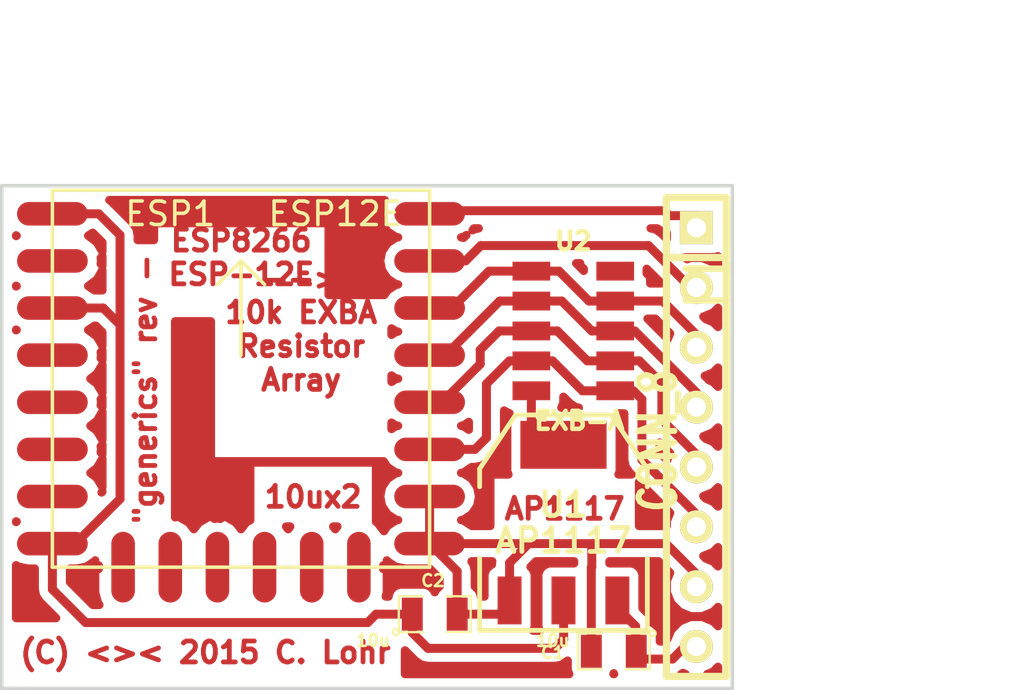
<source format=kicad_pcb>
(kicad_pcb (version 3) (host pcbnew "(2013-jul-07)-stable")

  (general
    (links 26)
    (no_connects 0)
    (area 64.440999 32.882999 95.88627 62.559001)
    (thickness 1.6)
    (drawings 20)
    (tracks 88)
    (zones 0)
    (modules 6)
    (nets 11)
  )

  (page User 139.7 139.7)
  (layers
    (15 F.Cu signal)
    (0 B.Cu signal)
    (16 B.Adhes user)
    (17 F.Adhes user)
    (18 B.Paste user)
    (19 F.Paste user)
    (20 B.SilkS user)
    (21 F.SilkS user)
    (22 B.Mask user)
    (23 F.Mask user)
    (24 Dwgs.User user)
    (25 Cmts.User user)
    (26 Eco1.User user)
    (27 Eco2.User user)
    (28 Edge.Cuts user)
  )

  (setup
    (last_trace_width 0.381)
    (trace_clearance 0.381)
    (zone_clearance 0.3556)
    (zone_45_only no)
    (trace_min 0.254)
    (segment_width 0.2)
    (edge_width 0.15)
    (via_size 0.889)
    (via_drill 0.635)
    (via_min_size 0.889)
    (via_min_drill 0.508)
    (uvia_size 0.508)
    (uvia_drill 0.127)
    (uvias_allowed no)
    (uvia_min_size 0.508)
    (uvia_min_drill 0.127)
    (pcb_text_width 0.2032)
    (pcb_text_size 0.889 0.889)
    (mod_edge_width 0.15)
    (mod_text_size 1.5 1.5)
    (mod_text_width 0.15)
    (pad_size 1.524 1.524)
    (pad_drill 0.762)
    (pad_to_mask_clearance 0.2)
    (aux_axis_origin 0 0)
    (visible_elements FFFFFFBF)
    (pcbplotparams
      (layerselection 32768)
      (usegerberextensions false)
      (excludeedgelayer true)
      (linewidth 0.100000)
      (plotframeref false)
      (viasonmask false)
      (mode 1)
      (useauxorigin false)
      (hpglpennumber 1)
      (hpglpenspeed 20)
      (hpglpendiameter 15)
      (hpglpenoverlay 2)
      (psnegative false)
      (psa4output false)
      (plotreference true)
      (plotvalue true)
      (plotothertext true)
      (plotinvisibletext false)
      (padsonsilk false)
      (subtractmaskfromsilk false)
      (outputformat 2)
      (mirror false)
      (drillshape 1)
      (scaleselection 1)
      (outputdirectory ""))
  )

  (net 0 "")
  (net 1 +3.3V)
  (net 2 +5V)
  (net 3 GND)
  (net 4 GPIO0)
  (net 5 GPIO2)
  (net 6 GPIO4)
  (net 7 GPIO5)
  (net 8 N-000003)
  (net 9 RX)
  (net 10 TX)

  (net_class Default "This is the default net class."
    (clearance 0.381)
    (trace_width 0.381)
    (via_dia 0.889)
    (via_drill 0.635)
    (uvia_dia 0.508)
    (uvia_drill 0.127)
    (add_net "")
    (add_net +3.3V)
    (add_net +5V)
    (add_net GND)
    (add_net GPIO0)
    (add_net GPIO2)
    (add_net GPIO4)
    (add_net GPIO5)
    (add_net N-000003)
    (add_net RX)
    (add_net TX)
  )

  (module SM0805 (layer F.Cu) (tedit 56195079) (tstamp 56194CC7)
    (at 90.4748 60.9092 180)
    (path /56194F36)
    (attr smd)
    (fp_text reference C1 (at 2.5908 -0.0508 180) (layer F.SilkS)
      (effects (font (size 0.50038 0.50038) (thickness 0.10922)))
    )
    (fp_text value 10u (at 2.5908 0.4572 180) (layer F.SilkS)
      (effects (font (size 0.50038 0.50038) (thickness 0.10922)))
    )
    (fp_circle (center -1.651 0.762) (end -1.651 0.635) (layer F.SilkS) (width 0.09906))
    (fp_line (start -0.508 0.762) (end -1.524 0.762) (layer F.SilkS) (width 0.09906))
    (fp_line (start -1.524 0.762) (end -1.524 -0.762) (layer F.SilkS) (width 0.09906))
    (fp_line (start -1.524 -0.762) (end -0.508 -0.762) (layer F.SilkS) (width 0.09906))
    (fp_line (start 0.508 -0.762) (end 1.524 -0.762) (layer F.SilkS) (width 0.09906))
    (fp_line (start 1.524 -0.762) (end 1.524 0.762) (layer F.SilkS) (width 0.09906))
    (fp_line (start 1.524 0.762) (end 0.508 0.762) (layer F.SilkS) (width 0.09906))
    (pad 1 smd rect (at -0.9525 0 180) (size 0.889 1.397)
      (layers F.Cu F.Paste F.Mask)
      (net 2 +5V)
    )
    (pad 2 smd rect (at 0.9525 0 180) (size 0.889 1.397)
      (layers F.Cu F.Paste F.Mask)
      (net 3 GND)
    )
    (model smd/chip_cms.wrl
      (at (xyz 0 0 0))
      (scale (xyz 0.1 0.1 0.1))
      (rotate (xyz 0 0 0))
    )
  )

  (module SM0805 (layer F.Cu) (tedit 56195074) (tstamp 56194CD4)
    (at 82.8802 59.3344)
    (path /56194F45)
    (attr smd)
    (fp_text reference C2 (at -0.0762 -1.4224) (layer F.SilkS)
      (effects (font (size 0.50038 0.50038) (thickness 0.10922)))
    )
    (fp_text value 10u (at -2.6162 1.1176) (layer F.SilkS)
      (effects (font (size 0.50038 0.50038) (thickness 0.10922)))
    )
    (fp_circle (center -1.651 0.762) (end -1.651 0.635) (layer F.SilkS) (width 0.09906))
    (fp_line (start -0.508 0.762) (end -1.524 0.762) (layer F.SilkS) (width 0.09906))
    (fp_line (start -1.524 0.762) (end -1.524 -0.762) (layer F.SilkS) (width 0.09906))
    (fp_line (start -1.524 -0.762) (end -0.508 -0.762) (layer F.SilkS) (width 0.09906))
    (fp_line (start 0.508 -0.762) (end 1.524 -0.762) (layer F.SilkS) (width 0.09906))
    (fp_line (start 1.524 -0.762) (end 1.524 0.762) (layer F.SilkS) (width 0.09906))
    (fp_line (start 1.524 0.762) (end 0.508 0.762) (layer F.SilkS) (width 0.09906))
    (pad 1 smd rect (at -0.9525 0) (size 0.889 1.397)
      (layers F.Cu F.Paste F.Mask)
      (net 1 +3.3V)
    )
    (pad 2 smd rect (at 0.9525 0) (size 0.889 1.397)
      (layers F.Cu F.Paste F.Mask)
      (net 3 GND)
    )
    (model smd/chip_cms.wrl
      (at (xyz 0 0 0))
      (scale (xyz 0.1 0.1 0.1))
      (rotate (xyz 0 0 0))
    )
  )

  (module SIL-8 (layer F.Cu) (tedit 56C7A81F) (tstamp 56194CE5)
    (at 93.98 51.816 270)
    (descr "Connecteur 8 pins")
    (tags "CONN DEV")
    (path /56194CDB)
    (fp_text reference P1 (at -6.604 -0.508 270) (layer F.SilkS)
      (effects (font (size 1.72974 1.08712) (thickness 0.3048)))
    )
    (fp_text value CONN_8 (at 0.1524 1.6256 270) (layer F.SilkS)
      (effects (font (size 1.524 1.016) (thickness 0.3048)))
    )
    (fp_line (start -10.16 -1.27) (end 10.16 -1.27) (layer F.SilkS) (width 0.3048))
    (fp_line (start 10.16 -1.27) (end 10.16 1.27) (layer F.SilkS) (width 0.3048))
    (fp_line (start 10.16 1.27) (end -10.16 1.27) (layer F.SilkS) (width 0.3048))
    (fp_line (start -10.16 1.27) (end -10.16 -1.27) (layer F.SilkS) (width 0.3048))
    (fp_line (start -7.62 1.27) (end -7.62 -1.27) (layer F.SilkS) (width 0.3048))
    (pad 1 thru_hole rect (at -8.89 0 270) (size 1.397 1.397) (drill 0.8128)
      (layers *.Cu *.Mask F.SilkS)
      (net 10 TX)
    )
    (pad 2 thru_hole circle (at -6.35 0 270) (size 1.397 1.397) (drill 0.8128)
      (layers *.Cu *.Mask F.SilkS)
      (net 9 RX)
    )
    (pad 3 thru_hole circle (at -3.81 0 270) (size 1.397 1.397) (drill 0.8128)
      (layers *.Cu *.Mask F.SilkS)
      (net 7 GPIO5)
    )
    (pad 4 thru_hole circle (at -1.27 0 270) (size 1.397 1.397) (drill 0.8128)
      (layers *.Cu *.Mask F.SilkS)
      (net 6 GPIO4)
    )
    (pad 5 thru_hole circle (at 1.27 0 270) (size 1.397 1.397) (drill 0.8128)
      (layers *.Cu *.Mask F.SilkS)
      (net 4 GPIO0)
    )
    (pad 6 thru_hole circle (at 3.81 0 270) (size 1.397 1.397) (drill 0.8128)
      (layers *.Cu *.Mask F.SilkS)
      (net 5 GPIO2)
    )
    (pad 7 thru_hole circle (at 6.35 0 270) (size 1.397 1.397) (drill 0.8128)
      (layers *.Cu *.Mask F.SilkS)
      (net 3 GND)
    )
    (pad 8 thru_hole circle (at 8.89 0 270) (size 1.397 1.397) (drill 0.8128)
      (layers *.Cu *.Mask F.SilkS)
      (net 2 +5V)
    )
  )

  (module EXB-A (layer F.Cu) (tedit 52D0B57E) (tstamp 56197883)
    (at 88.75776 47.31258)
    (path /56194CEA)
    (fp_text reference U2 (at 0 -3.81) (layer F.SilkS)
      (effects (font (size 0.762 0.762) (thickness 0.1905)))
    )
    (fp_text value EXB-A (at 0.254 3.81) (layer F.SilkS)
      (effects (font (size 0.762 0.762) (thickness 0.1905)))
    )
    (pad 1 smd rect (at -1.778 -2.54 90) (size 0.8001 1.6002)
      (layers F.Cu F.Paste F.Mask)
      (net 7 GPIO5)
    )
    (pad 2 smd rect (at -1.778 -1.27 90) (size 0.8001 1.6002)
      (layers F.Cu F.Paste F.Mask)
      (net 6 GPIO4)
    )
    (pad 3 smd rect (at -1.778 0 90) (size 0.8001 1.6002)
      (layers F.Cu F.Paste F.Mask)
      (net 4 GPIO0)
    )
    (pad 4 smd rect (at -1.778 1.27 90) (size 0.8001 1.6002)
      (layers F.Cu F.Paste F.Mask)
      (net 5 GPIO2)
    )
    (pad 5 smd rect (at -1.778 2.54 90) (size 0.8001 1.6002)
      (layers F.Cu F.Paste F.Mask)
      (net 8 N-000003)
    )
    (pad 6 smd rect (at 1.778 2.54 90) (size 0.8001 1.6002)
      (layers F.Cu F.Paste F.Mask)
      (net 5 GPIO2)
    )
    (pad 7 smd rect (at 1.778 1.27 90) (size 0.8001 1.6002)
      (layers F.Cu F.Paste F.Mask)
      (net 4 GPIO0)
    )
    (pad 8 smd rect (at 1.778 0 90) (size 0.8001 1.6002)
      (layers F.Cu F.Paste F.Mask)
      (net 6 GPIO4)
    )
    (pad 9 smd rect (at 1.778 -1.27 90) (size 0.8001 1.6002)
      (layers F.Cu F.Paste F.Mask)
      (net 7 GPIO5)
    )
    (pad 10 smd rect (at 1.778 -2.54 90) (size 0.8001 1.6002)
      (layers F.Cu F.Paste F.Mask)
    )
  )

  (module ESP12E (layer F.Cu) (tedit 560D9068) (tstamp 56194D17)
    (at 74.6633 45.339)
    (path /5619493D)
    (fp_text reference ESP1 (at -3 -3) (layer F.SilkS)
      (effects (font (size 1 1) (thickness 0.15)))
    )
    (fp_text value ESP12E (at 4 -3) (layer F.SilkS)
      (effects (font (size 1 1) (thickness 0.15)))
    )
    (fp_line (start 0 -1) (end -1 0) (layer F.SilkS) (width 0.15))
    (fp_line (start 0 -1) (end 1 0) (layer F.SilkS) (width 0.15))
    (fp_line (start 0 -1) (end 0 3) (layer F.SilkS) (width 0.15))
    (fp_line (start -8 12) (end -8 -4) (layer F.SilkS) (width 0.15))
    (fp_line (start -8 -4) (end 8 -4) (layer F.SilkS) (width 0.15))
    (fp_line (start 8 -4) (end 8 12) (layer F.SilkS) (width 0.15))
    (fp_line (start 8 -12) (end -8 -12) (layer Dwgs.User) (width 0.15))
    (fp_line (start -8 -12) (end -8 12) (layer Dwgs.User) (width 0.15))
    (fp_line (start -8 12) (end 8 12) (layer F.SilkS) (width 0.15))
    (fp_line (start 8 12) (end 8 -12) (layer Dwgs.User) (width 0.15))
    (pad 1 smd oval (at -8 -3) (size 3 1)
      (layers F.Cu F.Paste F.Mask)
      (net 1 +3.3V)
    )
    (pad 2 smd oval (at -8 -1) (size 3 1)
      (layers F.Cu F.Paste F.Mask)
    )
    (pad 3 smd oval (at -8 1) (size 3 1)
      (layers F.Cu F.Paste F.Mask)
      (net 1 +3.3V)
    )
    (pad 4 smd oval (at -8 3) (size 3 1)
      (layers F.Cu F.Paste F.Mask)
    )
    (pad 5 smd oval (at -8 5) (size 3 1)
      (layers F.Cu F.Paste F.Mask)
    )
    (pad 6 smd oval (at -8 7) (size 3 1)
      (layers F.Cu F.Paste F.Mask)
    )
    (pad 7 smd oval (at -8 9) (size 3 1)
      (layers F.Cu F.Paste F.Mask)
    )
    (pad 8 smd oval (at -8 11) (size 3 1)
      (layers F.Cu F.Paste F.Mask)
      (net 1 +3.3V)
    )
    (pad 9 smd oval (at -5 12 90) (size 3 1)
      (layers F.Cu F.Paste F.Mask)
    )
    (pad 10 smd oval (at -3 12 90) (size 3 1)
      (layers F.Cu F.Paste F.Mask)
    )
    (pad 11 smd oval (at -1 12 90) (size 3 1)
      (layers F.Cu F.Paste F.Mask)
    )
    (pad 12 smd oval (at 1 12 90) (size 3 1)
      (layers F.Cu F.Paste F.Mask)
    )
    (pad 13 smd oval (at 3 12 90) (size 3 1)
      (layers F.Cu F.Paste F.Mask)
    )
    (pad 14 smd oval (at 5 12 90) (size 3 1)
      (layers F.Cu F.Paste F.Mask)
    )
    (pad 15 smd oval (at 8 11 180) (size 3 1)
      (layers F.Cu F.Paste F.Mask)
      (net 3 GND)
    )
    (pad 16 smd oval (at 8 9 180) (size 3 1)
      (layers F.Cu F.Paste F.Mask)
      (net 3 GND)
    )
    (pad 17 smd oval (at 8 7 180) (size 3 1)
      (layers F.Cu F.Paste F.Mask)
      (net 5 GPIO2)
    )
    (pad 18 smd oval (at 8 5 180) (size 3 1)
      (layers F.Cu F.Paste F.Mask)
      (net 4 GPIO0)
    )
    (pad 19 smd oval (at 8 3 180) (size 3 1)
      (layers F.Cu F.Paste F.Mask)
      (net 6 GPIO4)
    )
    (pad 20 smd oval (at 8 1 180) (size 3 1)
      (layers F.Cu F.Paste F.Mask)
      (net 7 GPIO5)
    )
    (pad 21 smd oval (at 8 -1 180) (size 3 1)
      (layers F.Cu F.Paste F.Mask)
      (net 9 RX)
    )
    (pad 22 smd oval (at 8 -3 180) (size 3 1)
      (layers F.Cu F.Paste F.Mask)
      (net 10 TX)
    )
  )

  (module SOT223 (layer F.Cu) (tedit 200000) (tstamp 561976D8)
    (at 88.3412 55.4482)
    (descr "module CMS SOT223 4 pins")
    (tags "CMS SOT")
    (path /5619494C)
    (attr smd)
    (fp_text reference U1 (at 0 -0.762) (layer F.SilkS)
      (effects (font (size 1.016 1.016) (thickness 0.2032)))
    )
    (fp_text value AP1117 (at 0 0.762) (layer F.SilkS)
      (effects (font (size 1.016 1.016) (thickness 0.2032)))
    )
    (fp_line (start -3.556 1.524) (end -3.556 4.572) (layer F.SilkS) (width 0.2032))
    (fp_line (start -3.556 4.572) (end 3.556 4.572) (layer F.SilkS) (width 0.2032))
    (fp_line (start 3.556 4.572) (end 3.556 1.524) (layer F.SilkS) (width 0.2032))
    (fp_line (start -3.556 -1.524) (end -3.556 -2.286) (layer F.SilkS) (width 0.2032))
    (fp_line (start -3.556 -2.286) (end -2.032 -4.572) (layer F.SilkS) (width 0.2032))
    (fp_line (start -2.032 -4.572) (end 2.032 -4.572) (layer F.SilkS) (width 0.2032))
    (fp_line (start 2.032 -4.572) (end 3.556 -2.286) (layer F.SilkS) (width 0.2032))
    (fp_line (start 3.556 -2.286) (end 3.556 -1.524) (layer F.SilkS) (width 0.2032))
    (pad 4 smd rect (at 0 -3.302) (size 3.6576 2.032)
      (layers F.Cu F.Paste F.Mask)
      (net 8 N-000003)
    )
    (pad 2 smd rect (at 0 3.302) (size 1.016 2.032)
      (layers F.Cu F.Paste F.Mask)
      (net 1 +3.3V)
    )
    (pad 3 smd rect (at 2.286 3.302) (size 1.016 2.032)
      (layers F.Cu F.Paste F.Mask)
      (net 2 +5V)
    )
    (pad 1 smd rect (at -2.286 3.302) (size 1.016 2.032)
      (layers F.Cu F.Paste F.Mask)
      (net 3 GND)
    )
    (model smd/SOT223.wrl
      (at (xyz 0 0 0))
      (scale (xyz 0.4 0.4 0.4))
      (rotate (xyz 0 0 0))
    )
  )

  (gr_text 5V (at 96.901 60.706) (layer Dwgs.User)
    (effects (font (size 1.27 1.27) (thickness 0.2032)))
  )
  (gr_text GND (at 97.663 58.293) (layer Dwgs.User)
    (effects (font (size 1.27 1.27) (thickness 0.2032)))
  )
  (gr_text GPIO2 (at 98.552 55.753) (layer Dwgs.User)
    (effects (font (size 1.27 1.27) (thickness 0.2032)))
  )
  (gr_text GPIO0/USER (at 101.727 53.213) (layer Dwgs.User)
    (effects (font (size 1.27 1.27) (thickness 0.2032)))
  )
  (gr_text GPIO4 (at 98.425 50.546) (layer Dwgs.User)
    (effects (font (size 1.27 1.27) (thickness 0.2032)))
  )
  (gr_text GPIO5 (at 98.425 48.133) (layer Dwgs.User)
    (effects (font (size 1.27 1.27) (thickness 0.2032)))
  )
  (gr_text RX (at 96.901 45.466) (layer Dwgs.User)
    (effects (font (size 1.27 1.27) (thickness 0.2032)))
  )
  (gr_text TX (at 96.901 42.926) (layer Dwgs.User)
    (effects (font (size 1.27 1.27) (thickness 0.2032)))
  )
  (gr_text "\"generics\" rev -" (at 70.612 49.784 90) (layer F.Cu)
    (effects (font (size 0.889 0.889) (thickness 0.2032)))
  )
  (gr_text "(C) <>< 2015 C. Lohr" (at 73.152 60.96) (layer F.Cu)
    (effects (font (size 0.889 0.889) (thickness 0.2032)))
  )
  (gr_text 10ux2 (at 77.724 54.356) (layer F.Cu)
    (effects (font (size 0.889 0.889) (thickness 0.2032)))
  )
  (gr_text "-->\n10k EXBA\nResistor\nArray" (at 77.216 47.244) (layer F.Cu)
    (effects (font (size 0.889 0.889) (thickness 0.2032)))
  )
  (gr_text "ESP8266\nESP-12E" (at 74.676 44.196) (layer F.Cu)
    (effects (font (size 0.889 0.889) (thickness 0.2032)))
  )
  (gr_text AP1117 (at 88.392 54.864) (layer F.Cu)
    (effects (font (size 0.889 0.889) (thickness 0.2032)))
  )
  (gr_line (start 64.516 41.148) (end 95.504 41.148) (angle 90) (layer Edge.Cuts) (width 0.15))
  (gr_line (start 64.516 62.484) (end 64.516 41.148) (angle 90) (layer Edge.Cuts) (width 0.15))
  (gr_line (start 65.024 62.484) (end 64.516 62.484) (angle 90) (layer Edge.Cuts) (width 0.15))
  (gr_line (start 65.532 62.484) (end 65.024 62.484) (angle 90) (layer Edge.Cuts) (width 0.15))
  (gr_line (start 95.504 62.484) (end 65.532 62.484) (angle 90) (layer Edge.Cuts) (width 0.15))
  (gr_line (start 95.504 41.148) (end 95.504 62.484) (angle 90) (layer Edge.Cuts) (width 0.15))

  (segment (start 81.9277 59.3344) (end 81.9277 60.11926) (width 0.381) (layer F.Cu) (net 1))
  (segment (start 88.34882 60.4139) (end 88.34882 59.07786) (width 0.381) (layer F.Cu) (net 1) (tstamp 5619797D))
  (segment (start 87.97798 60.78474) (end 88.34882 60.4139) (width 0.381) (layer F.Cu) (net 1) (tstamp 5619797C))
  (segment (start 82.59318 60.78474) (end 87.97798 60.78474) (width 0.381) (layer F.Cu) (net 1) (tstamp 5619797A))
  (segment (start 81.9277 60.11926) (end 82.59318 60.78474) (width 0.381) (layer F.Cu) (net 1) (tstamp 56197979))
  (segment (start 81.9277 59.3344) (end 80.391 59.3344) (width 0.381) (layer F.Cu) (net 1))
  (segment (start 66.6633 58.2813) (end 66.6633 56.339) (width 0.381) (layer F.Cu) (net 1) (tstamp 56197976))
  (segment (start 68.072 59.69) (end 66.6633 58.2813) (width 0.381) (layer F.Cu) (net 1) (tstamp 56197975))
  (segment (start 80.0354 59.69) (end 68.072 59.69) (width 0.381) (layer F.Cu) (net 1) (tstamp 56197974))
  (segment (start 80.391 59.3344) (end 80.0354 59.69) (width 0.381) (layer F.Cu) (net 1) (tstamp 56197973))
  (segment (start 66.6633 42.339) (end 68.628 42.339) (width 0.381) (layer F.Cu) (net 1))
  (segment (start 69.5325 43.2435) (end 69.5325 47.0535) (width 0.381) (layer F.Cu) (net 1) (tstamp 56197853))
  (segment (start 68.628 42.339) (end 69.5325 43.2435) (width 0.381) (layer F.Cu) (net 1) (tstamp 56197852))
  (segment (start 66.6633 56.339) (end 67.6384 56.339) (width 0.381) (layer F.Cu) (net 1))
  (segment (start 68.818 46.339) (end 66.6633 46.339) (width 0.381) (layer F.Cu) (net 1) (tstamp 5619784F))
  (segment (start 69.5325 47.0535) (end 68.818 46.339) (width 0.381) (layer F.Cu) (net 1) (tstamp 5619784E))
  (segment (start 69.5325 54.4449) (end 69.5325 47.0535) (width 0.381) (layer F.Cu) (net 1) (tstamp 5619784C))
  (segment (start 67.6384 56.339) (end 69.5325 54.4449) (width 0.381) (layer F.Cu) (net 1) (tstamp 5619784B))
  (segment (start 91.4019 61.2394) (end 92.964 61.2394) (width 0.381) (layer F.Cu) (net 2))
  (segment (start 92.964 61.2394) (end 94.0054 60.198) (width 0.381) (layer F.Cu) (net 2) (tstamp 56197992))
  (segment (start 91.4019 61.2394) (end 91.4019 59.84494) (width 0.381) (layer F.Cu) (net 2))
  (segment (start 91.4019 59.84494) (end 90.63482 59.07786) (width 0.381) (layer F.Cu) (net 2) (tstamp 5619798F))
  (segment (start 86.0552 58.7502) (end 86.0552 57.15254) (width 0.381) (layer F.Cu) (net 3))
  (segment (start 86.0552 57.15254) (end 86.86874 56.339) (width 0.381) (layer F.Cu) (net 3) (tstamp 561979BC))
  (segment (start 89.5223 60.9092) (end 89.5223 57.35828) (width 0.381) (layer F.Cu) (net 3))
  (segment (start 89.54262 57.33796) (end 89.54262 56.339) (width 0.381) (layer F.Cu) (net 3) (tstamp 561979B6))
  (segment (start 89.5223 57.35828) (end 89.54262 57.33796) (width 0.381) (layer F.Cu) (net 3) (tstamp 561979B5))
  (segment (start 82.6633 56.339) (end 86.86874 56.339) (width 0.381) (layer F.Cu) (net 3))
  (segment (start 86.86874 56.339) (end 89.54262 56.339) (width 0.381) (layer F.Cu) (net 3) (tstamp 561979BF))
  (segment (start 89.54262 56.339) (end 92.6864 56.339) (width 0.381) (layer F.Cu) (net 3) (tstamp 561979BA))
  (segment (start 92.6864 56.339) (end 94.0054 57.658) (width 0.381) (layer F.Cu) (net 3) (tstamp 5619796E))
  (segment (start 82.6633 56.339) (end 82.6633 54.339) (width 0.381) (layer F.Cu) (net 3))
  (segment (start 83.8327 59.3344) (end 83.8327 57.5084) (width 0.381) (layer F.Cu) (net 3))
  (segment (start 83.8327 57.5084) (end 82.6633 56.339) (width 0.381) (layer F.Cu) (net 3) (tstamp 56197969))
  (segment (start 83.8327 59.3344) (end 85.80628 59.3344) (width 0.381) (layer F.Cu) (net 3))
  (segment (start 85.80628 59.3344) (end 86.06282 59.07786) (width 0.381) (layer F.Cu) (net 3) (tstamp 56197966))
  (segment (start 90.53576 48.58258) (end 91.55938 48.58258) (width 0.381) (layer F.Cu) (net 4))
  (segment (start 92.51442 51.08702) (end 94.0054 52.578) (width 0.381) (layer F.Cu) (net 4) (tstamp 56197939))
  (segment (start 92.51442 49.53762) (end 92.51442 51.08702) (width 0.381) (layer F.Cu) (net 4) (tstamp 56197938))
  (segment (start 91.55938 48.58258) (end 92.51442 49.53762) (width 0.381) (layer F.Cu) (net 4) (tstamp 56197937))
  (segment (start 86.97976 47.31258) (end 88.08212 47.31258) (width 0.381) (layer F.Cu) (net 4))
  (segment (start 89.35212 48.58258) (end 90.53576 48.58258) (width 0.381) (layer F.Cu) (net 4) (tstamp 5619791D))
  (segment (start 88.08212 47.31258) (end 89.35212 48.58258) (width 0.381) (layer F.Cu) (net 4) (tstamp 5619791C))
  (segment (start 86.97976 47.31258) (end 85.6107 47.31258) (width 0.381) (layer F.Cu) (net 4))
  (segment (start 83.1888 50.339) (end 82.6633 50.339) (width 0.381) (layer F.Cu) (net 4) (tstamp 561978F9))
  (segment (start 84.8106 48.7172) (end 83.1888 50.339) (width 0.381) (layer F.Cu) (net 4) (tstamp 561978F8))
  (segment (start 84.8106 48.11268) (end 84.8106 48.7172) (width 0.381) (layer F.Cu) (net 4) (tstamp 561978F7))
  (segment (start 85.6107 47.31258) (end 84.8106 48.11268) (width 0.381) (layer F.Cu) (net 4) (tstamp 561978F6))
  (segment (start 90.53576 49.85258) (end 91.31046 49.85258) (width 0.381) (layer F.Cu) (net 5))
  (segment (start 91.6686 52.7812) (end 94.0054 55.118) (width 0.381) (layer F.Cu) (net 5) (tstamp 5619793E))
  (segment (start 91.6686 50.21072) (end 91.6686 52.7812) (width 0.381) (layer F.Cu) (net 5) (tstamp 5619793D))
  (segment (start 91.31046 49.85258) (end 91.6686 50.21072) (width 0.381) (layer F.Cu) (net 5) (tstamp 5619793C))
  (segment (start 86.97976 48.58258) (end 87.87638 48.58258) (width 0.381) (layer F.Cu) (net 5))
  (segment (start 89.14638 49.85258) (end 90.53576 49.85258) (width 0.381) (layer F.Cu) (net 5) (tstamp 56197919))
  (segment (start 87.87638 48.58258) (end 89.14638 49.85258) (width 0.381) (layer F.Cu) (net 5) (tstamp 56197918))
  (segment (start 86.97976 48.58258) (end 86.04758 48.58258) (width 0.381) (layer F.Cu) (net 5))
  (segment (start 84.58224 52.339) (end 82.6633 52.339) (width 0.381) (layer F.Cu) (net 5) (tstamp 561978FF))
  (segment (start 85.07476 51.84648) (end 84.58224 52.339) (width 0.381) (layer F.Cu) (net 5) (tstamp 561978FE))
  (segment (start 85.07476 49.5554) (end 85.07476 51.84648) (width 0.381) (layer F.Cu) (net 5) (tstamp 561978FD))
  (segment (start 86.04758 48.58258) (end 85.07476 49.5554) (width 0.381) (layer F.Cu) (net 5) (tstamp 561978FC))
  (segment (start 93.98 50.546) (end 93.98 49.925566) (width 0.381) (layer F.Cu) (net 6))
  (segment (start 91.367014 47.31258) (end 90.53576 47.31258) (width 0.381) (layer F.Cu) (net 6) (tstamp 56197A17))
  (segment (start 93.98 49.925566) (end 91.367014 47.31258) (width 0.381) (layer F.Cu) (net 6) (tstamp 56197A16))
  (segment (start 86.97976 46.04258) (end 88.27008 46.04258) (width 0.381) (layer F.Cu) (net 6))
  (segment (start 89.54008 47.31258) (end 90.53576 47.31258) (width 0.381) (layer F.Cu) (net 6) (tstamp 56197921))
  (segment (start 88.27008 46.04258) (end 89.54008 47.31258) (width 0.381) (layer F.Cu) (net 6) (tstamp 56197920))
  (segment (start 86.97976 46.04258) (end 85.6361 46.04258) (width 0.381) (layer F.Cu) (net 6))
  (segment (start 83.33968 48.339) (end 82.6633 48.339) (width 0.381) (layer F.Cu) (net 6) (tstamp 561978F3))
  (segment (start 85.6361 46.04258) (end 83.33968 48.339) (width 0.381) (layer F.Cu) (net 6) (tstamp 561978F2))
  (segment (start 90.53576 46.04258) (end 92.54998 46.04258) (width 0.381) (layer F.Cu) (net 7))
  (segment (start 92.54998 46.04258) (end 94.0054 47.498) (width 0.381) (layer F.Cu) (net 7) (tstamp 56197929))
  (segment (start 86.97976 44.77258) (end 88.15324 44.77258) (width 0.381) (layer F.Cu) (net 7))
  (segment (start 89.42324 46.04258) (end 90.53576 46.04258) (width 0.381) (layer F.Cu) (net 7) (tstamp 56197925))
  (segment (start 88.15324 44.77258) (end 89.42324 46.04258) (width 0.381) (layer F.Cu) (net 7) (tstamp 56197924))
  (segment (start 86.97976 44.77258) (end 85.18144 44.77258) (width 0.381) (layer F.Cu) (net 7))
  (segment (start 83.61502 46.339) (end 82.6633 46.339) (width 0.381) (layer F.Cu) (net 7) (tstamp 561978EF))
  (segment (start 85.18144 44.77258) (end 83.61502 46.339) (width 0.381) (layer F.Cu) (net 7) (tstamp 561978EE))
  (segment (start 86.97976 49.85258) (end 86.97976 51.1048) (width 0.381) (layer F.Cu) (net 8))
  (segment (start 86.97976 51.1048) (end 88.34882 52.47386) (width 0.381) (layer F.Cu) (net 8) (tstamp 56197915))
  (segment (start 93.98 45.466) (end 93.726 45.466) (width 0.381) (layer F.Cu) (net 9))
  (segment (start 84.185 44.339) (end 82.6633 44.339) (width 0.381) (layer F.Cu) (net 9) (tstamp 56197A1E))
  (segment (start 84.836 43.688) (end 84.185 44.339) (width 0.381) (layer F.Cu) (net 9) (tstamp 56197A1D))
  (segment (start 91.948 43.688) (end 84.836 43.688) (width 0.381) (layer F.Cu) (net 9) (tstamp 56197A1B))
  (segment (start 93.726 45.466) (end 91.948 43.688) (width 0.381) (layer F.Cu) (net 9) (tstamp 56197A1A))
  (segment (start 94.0054 42.418) (end 92.83192 42.418) (width 0.381) (layer F.Cu) (net 10))
  (segment (start 82.79512 42.20718) (end 82.6633 42.339) (width 0.381) (layer F.Cu) (net 10) (tstamp 561978D0))
  (segment (start 92.6211 42.20718) (end 82.79512 42.20718) (width 0.381) (layer F.Cu) (net 10) (tstamp 561978CF))
  (segment (start 92.83192 42.418) (end 92.6211 42.20718) (width 0.381) (layer F.Cu) (net 10) (tstamp 561978CE))

  (zone (net 0) (net_name "") (layer F.Cu) (tstamp 56197A13) (hatch edge 0.508)
    (connect_pads (clearance 0.3556))
    (min_thickness 0.3556)
    (fill (arc_segments 16) (thermal_gap 0.508) (thermal_bridge_width 0.508))
    (polygon
      (pts
        (xy 95.504 62.484) (xy 95.504 41.148) (xy 64.516 41.148) (xy 64.516 62.484) (xy 65.024 62.484)
      )
    )
    (filled_polygon
      (pts
        (xy 65.147654 43.270347) (xy 65.139114 43.272624) (xy 65.1244 43.283884) (xy 65.1244 43.254808) (xy 65.147654 43.270347)
      )
    )
    (filled_polygon
      (pts
        (xy 65.147654 45.407652) (xy 65.1244 45.423191) (xy 65.1244 45.394115) (xy 65.139114 45.405376) (xy 65.147654 45.407652)
      )
    )
    (filled_polygon
      (pts
        (xy 65.147654 47.270347) (xy 65.139114 47.272624) (xy 65.1244 47.283884) (xy 65.1244 47.254808) (xy 65.147654 47.270347)
      )
    )
    (filled_polygon
      (pts
        (xy 65.147654 55.407652) (xy 65.1244 55.423191) (xy 65.1244 55.394115) (xy 65.139114 55.405376) (xy 65.147654 55.407652)
      )
    )
    (filled_polygon
      (pts
        (xy 66.821829 59.4995) (xy 65.1244 59.4995) (xy 65.1244 57.254808) (xy 65.217781 57.317204) (xy 65.622966 57.3978)
        (xy 65.914 57.3978) (xy 65.914 58.2813) (xy 65.971037 58.568045) (xy 66.133465 58.811135) (xy 66.821829 59.4995)
      )
    )
    (filled_polygon
      (pts
        (xy 68.656245 58.9407) (xy 68.38237 58.9407) (xy 67.4126 57.970929) (xy 67.4126 57.3978) (xy 67.703634 57.3978)
        (xy 68.108819 57.317204) (xy 68.452319 57.087685) (xy 68.4775 57.049998) (xy 68.4775 57.2628) (xy 68.6299 57.2628)
        (xy 68.6299 57.4152) (xy 68.4775 57.4152) (xy 68.4775 58.4152) (xy 68.596924 58.863186) (xy 68.656245 58.9407)
      )
    )
    (filled_polygon
      (pts
        (xy 68.7832 43.947328) (xy 68.555669 43.554394) (xy 68.187486 43.272624) (xy 68.178945 43.270347) (xy 68.37121 43.14188)
        (xy 68.7832 43.55387) (xy 68.7832 43.947328)
      )
    )
    (filled_polygon
      (pts
        (xy 68.7832 44.552553) (xy 68.712 44.46235) (xy 68.736536 44.339) (xy 68.712 44.215649) (xy 68.7832 44.125446)
        (xy 68.7832 44.552553)
      )
    )
    (filled_polygon
      (pts
        (xy 68.7832 45.5897) (xy 68.451398 45.5897) (xy 68.178945 45.407652) (xy 68.187486 45.405376) (xy 68.555669 45.123606)
        (xy 68.7832 44.730671) (xy 68.7832 45.5897)
      )
    )
    (filled_polygon
      (pts
        (xy 68.7832 47.947328) (xy 68.555669 47.554394) (xy 68.187486 47.272624) (xy 68.178945 47.270347) (xy 68.451398 47.0883)
        (xy 68.507629 47.0883) (xy 68.7832 47.36387) (xy 68.7832 47.947328)
      )
    )
    (filled_polygon
      (pts
        (xy 68.7832 48.552553) (xy 68.712 48.46235) (xy 68.736536 48.339) (xy 68.712 48.215649) (xy 68.7832 48.125446)
        (xy 68.7832 48.552553)
      )
    )
    (filled_polygon
      (pts
        (xy 68.7832 49.947328) (xy 68.555669 49.554394) (xy 68.274218 49.339) (xy 68.555669 49.123606) (xy 68.7832 48.730671)
        (xy 68.7832 49.947328)
      )
    )
    (filled_polygon
      (pts
        (xy 68.7832 50.552553) (xy 68.712 50.46235) (xy 68.736536 50.339) (xy 68.712 50.215649) (xy 68.7832 50.125446)
        (xy 68.7832 50.552553)
      )
    )
    (filled_polygon
      (pts
        (xy 68.7832 51.947328) (xy 68.555669 51.554394) (xy 68.274218 51.339) (xy 68.555669 51.123606) (xy 68.7832 50.730671)
        (xy 68.7832 51.947328)
      )
    )
    (filled_polygon
      (pts
        (xy 68.7832 52.552553) (xy 68.712 52.46235) (xy 68.736536 52.339) (xy 68.712 52.215649) (xy 68.7832 52.125446)
        (xy 68.7832 52.552553)
      )
    )
    (filled_polygon
      (pts
        (xy 68.7832 53.947328) (xy 68.555669 53.554394) (xy 68.274218 53.339) (xy 68.555669 53.123606) (xy 68.7832 52.730671)
        (xy 68.7832 53.947328)
      )
    )
    (filled_polygon
      (pts
        (xy 68.7832 54.13453) (xy 68.749166 54.168563) (xy 68.7832 54.125446) (xy 68.7832 54.13453)
      )
    )
    (filled_polygon
      (pts
        (xy 76.751142 55.6133) (xy 76.6633 55.728081) (xy 76.575457 55.6133) (xy 76.751142 55.6133)
      )
    )
    (filled_polygon
      (pts
        (xy 78.751142 55.6133) (xy 78.6633 55.728081) (xy 78.575457 55.6133) (xy 78.751142 55.6133)
      )
    )
    (filled_polygon
      (pts
        (xy 81.327357 45.339) (xy 81.217781 45.360796) (xy 80.874281 45.590315) (xy 80.745199 45.7835) (xy 78.380167 45.7835)
        (xy 78.380167 42.7355) (xy 70.971833 42.7355) (xy 70.971833 43.455168) (xy 70.2818 43.455168) (xy 70.2818 43.2435)
        (xy 70.224763 42.956755) (xy 70.062335 42.713665) (xy 69.157835 41.809165) (xy 69.078866 41.7564) (xy 80.763306 41.7564)
        (xy 80.644762 41.933815) (xy 80.564166 42.339) (xy 80.644762 42.744185) (xy 80.874281 43.087685) (xy 81.217781 43.317204)
        (xy 81.327357 43.339) (xy 81.217781 43.360796) (xy 80.874281 43.590315) (xy 80.644762 43.933815) (xy 80.564166 44.339)
        (xy 80.644762 44.744185) (xy 80.874281 45.087685) (xy 81.217781 45.317204) (xy 81.327357 45.339)
      )
    )
    (filled_polygon
      (pts
        (xy 81.327357 47.339) (xy 81.217781 47.360796) (xy 81.047167 47.474796) (xy 81.047167 47.203203) (xy 81.217781 47.317204)
        (xy 81.327357 47.339)
      )
    )
    (filled_polygon
      (pts
        (xy 81.327357 49.339) (xy 81.217781 49.360796) (xy 81.047167 49.474796) (xy 81.047167 49.203203) (xy 81.217781 49.317204)
        (xy 81.327357 49.339)
      )
    )
    (filled_polygon
      (pts
        (xy 81.327357 51.339) (xy 81.217781 51.360796) (xy 81.047167 51.474796) (xy 81.047167 51.203203) (xy 81.217781 51.317204)
        (xy 81.327357 51.339)
      )
    )
    (filled_polygon
      (pts
        (xy 81.327357 55.339) (xy 81.217781 55.360796) (xy 80.874281 55.590315) (xy 80.726792 55.811046) (xy 80.447906 55.446631)
        (xy 80.391001 55.413679) (xy 80.391001 52.8955) (xy 75.057 52.8955) (xy 75.057 55.343381) (xy 74.878694 55.446631)
        (xy 74.6633 55.728081) (xy 74.447906 55.446631) (xy 74.046687 55.214303) (xy 73.923678 55.18214) (xy 73.78665 55.290299)
        (xy 73.6633 55.265764) (xy 73.539949 55.290299) (xy 73.402922 55.18214) (xy 73.279913 55.214303) (xy 72.878694 55.446631)
        (xy 72.6633 55.728081) (xy 72.447906 55.446631) (xy 72.046687 55.214303) (xy 71.923678 55.18214) (xy 71.8693 55.225062)
        (xy 71.8693 46.9011) (xy 73.384833 46.9011) (xy 73.384833 52.8447) (xy 80.711923 52.8447) (xy 80.874281 53.087685)
        (xy 81.217781 53.317204) (xy 81.327357 53.339) (xy 81.217781 53.360796) (xy 80.874281 53.590315) (xy 80.644762 53.933815)
        (xy 80.564166 54.339) (xy 80.644762 54.744185) (xy 80.874281 55.087685) (xy 81.217781 55.317204) (xy 81.327357 55.339)
      )
    )
    (filled_polygon
      (pts
        (xy 83.0834 58.157219) (xy 83.07208 58.161897) (xy 82.91475 58.318952) (xy 82.88022 58.402107) (xy 82.846203 58.31978)
        (xy 82.689148 58.16245) (xy 82.48384 58.077198) (xy 82.261536 58.077004) (xy 81.372536 58.077004) (xy 81.16708 58.161897)
        (xy 81.00975 58.318952) (xy 80.924498 58.52426) (xy 80.924444 58.5851) (xy 80.803808 58.5851) (xy 80.8491 58.4152)
        (xy 80.8491 57.4152) (xy 80.6967 57.4152) (xy 80.6967 57.2628) (xy 80.8491 57.2628) (xy 80.8491 57.049998)
        (xy 80.874281 57.087685) (xy 81.217781 57.317204) (xy 81.622966 57.3978) (xy 82.66243 57.3978) (xy 83.0834 57.81877)
        (xy 83.0834 58.157219)
      )
    )
    (filled_polygon
      (pts
        (xy 84.224263 43.240066) (xy 84.10441 43.359919) (xy 83.999242 43.339) (xy 84.108819 43.317204) (xy 84.224263 43.240066)
      )
    )
    (filled_polygon
      (pts
        (xy 84.32546 51.50555) (xy 84.108819 51.360796) (xy 83.999242 51.339) (xy 84.108819 51.317204) (xy 84.32546 51.172449)
        (xy 84.32546 51.50555)
      )
    )
    (filled_polygon
      (pts
        (xy 84.746613 42.95648) (xy 84.549255 42.995737) (xy 84.485124 43.038587) (xy 84.539987 42.95648) (xy 84.746613 42.95648)
      )
    )
    (filled_polygon
      (pts
        (xy 85.318678 57.0883) (xy 85.3059 57.15254) (xy 85.3059 57.229281) (xy 85.23108 57.260197) (xy 85.07375 57.417252)
        (xy 84.988498 57.62256) (xy 84.988304 57.844864) (xy 84.988304 58.5851) (xy 84.836096 58.5851) (xy 84.836096 58.525236)
        (xy 84.751203 58.31978) (xy 84.594148 58.16245) (xy 84.582 58.157405) (xy 84.582 57.5084) (xy 84.524963 57.221655)
        (xy 84.440654 57.095478) (xy 84.451398 57.0883) (xy 85.318678 57.0883)
      )
    )
    (filled_polygon
      (pts
        (xy 86.048848 50.803371) (xy 86.03895 50.813252) (xy 85.953698 51.01856) (xy 85.953504 51.240864) (xy 85.953504 53.272864)
        (xy 86.007481 53.4035) (xy 85.238166 53.4035) (xy 85.238166 55.5897) (xy 84.451398 55.5897) (xy 84.108819 55.360796)
        (xy 83.999242 55.339) (xy 84.108819 55.317204) (xy 84.452319 55.087685) (xy 84.681838 54.744185) (xy 84.762434 54.339)
        (xy 84.681838 53.933815) (xy 84.452319 53.590315) (xy 84.108819 53.360796) (xy 83.999242 53.339) (xy 84.108819 53.317204)
        (xy 84.451398 53.0883) (xy 84.58224 53.0883) (xy 84.868985 53.031263) (xy 85.112075 52.868835) (xy 85.604595 52.376315)
        (xy 85.767023 52.133225) (xy 85.82406 51.84648) (xy 85.82406 50.68736) (xy 85.862712 50.72608) (xy 86.048848 50.803371)
      )
    )
    (filled_polygon
      (pts
        (xy 88.583872 61.8756) (xy 81.618667 61.8756) (xy 81.618667 60.869897) (xy 82.063344 61.314575) (xy 82.063345 61.314575)
        (xy 82.306435 61.477003) (xy 82.593179 61.534039) (xy 82.59318 61.53404) (xy 87.97798 61.53404) (xy 88.264725 61.477003)
        (xy 88.507815 61.314575) (xy 88.518904 61.303486) (xy 88.518904 61.718364) (xy 88.583872 61.8756)
      )
    )
    (filled_polygon
      (pts
        (xy 88.79332 57.175351) (xy 88.738536 57.175304) (xy 87.722536 57.175304) (xy 87.51708 57.260197) (xy 87.35975 57.417252)
        (xy 87.274498 57.62256) (xy 87.274304 57.844864) (xy 87.274304 59.876864) (xy 87.339826 60.03544) (xy 87.05646 60.03544)
        (xy 87.121902 59.87784) (xy 87.122096 59.655536) (xy 87.122096 57.623536) (xy 87.037203 57.41808) (xy 86.943348 57.324061)
        (xy 87.17911 57.0883) (xy 88.79332 57.0883) (xy 88.79332 57.175351)
      )
    )
    (filled_polygon
      (pts
        (xy 88.992663 50.571304) (xy 88.25158 50.571304) (xy 88.25331 50.569578) (xy 88.338562 50.36427) (xy 88.338756 50.141966)
        (xy 88.338756 50.104626) (xy 88.616545 50.382415) (xy 88.859635 50.544843) (xy 88.992663 50.571304)
      )
    )
    (filled_polygon
      (pts
        (xy 89.202169 44.761839) (xy 88.87763 44.4373) (xy 89.049824 44.4373) (xy 89.04986 44.52493) (xy 89.202169 44.677239)
        (xy 89.202169 44.761839)
      )
    )
    (filled_polygon
      (pts
        (xy 90.488872 61.8756) (xy 90.460616 61.8756) (xy 90.474779 61.841492) (xy 90.488872 61.8756)
      )
    )
    (filled_polygon
      (pts
        (xy 91.23123 53.4035) (xy 90.674862 53.4035) (xy 90.728702 53.27384) (xy 90.728896 53.051536) (xy 90.728896 51.019536)
        (xy 90.644003 50.81408) (xy 90.641453 50.811526) (xy 90.9193 50.811526) (xy 90.9193 52.7812) (xy 90.976337 53.067945)
        (xy 91.138765 53.311035) (xy 91.23123 53.4035)
      )
    )
    (filled_polygon
      (pts
        (xy 92.493609 45.29328) (xy 92.021771 45.29328) (xy 92.02166 45.02023) (xy 91.869351 44.867921) (xy 91.869351 44.677239)
        (xy 91.873459 44.67313) (xy 92.493609 45.29328)
      )
    )
    (filled_polygon
      (pts
        (xy 92.722604 43.402933) (xy 92.477835 43.158165) (xy 92.234745 42.995737) (xy 92.037386 42.95648) (xy 92.315023 42.95648)
        (xy 92.545175 43.110263) (xy 92.722604 43.145555) (xy 92.722604 43.402933)
      )
    )
    (filled_polygon
      (pts
        (xy 92.863642 47.415912) (xy 92.765755 47.651651) (xy 91.905984 46.79188) (xy 92.239609 46.79188) (xy 92.863642 47.415912)
      )
    )
    (filled_polygon
      (pts
        (xy 92.863642 52.495912) (xy 92.740219 52.793149) (xy 92.4179 52.47083) (xy 92.4179 52.05017) (xy 92.863642 52.495912)
      )
    )
    (filled_polygon
      (pts
        (xy 92.863642 55.035912) (xy 92.72292 55.374811) (xy 92.722725 55.596925) (xy 92.6864 55.5897) (xy 91.545834 55.5897)
        (xy 91.545834 53.718104) (xy 92.863642 55.035912)
      )
    )
    (filled_polygon
      (pts
        (xy 93.518134 61.8756) (xy 93.334648 61.8756) (xy 93.404972 61.828611) (xy 93.518134 61.8756)
      )
    )
    (filled_polygon
      (pts
        (xy 94.8956 44.603556) (xy 94.693133 44.400735) (xy 94.231189 44.20892) (xy 93.731005 44.208483) (xy 93.587463 44.267793)
        (xy 93.503066 44.183396) (xy 94.789164 44.183396) (xy 94.8956 44.139417) (xy 94.8956 44.603556)
      )
    )
    (filled_polygon
      (pts
        (xy 94.8956 47.143556) (xy 94.693133 46.940735) (xy 94.376207 46.809136) (xy 94.272579 46.705508) (xy 94.691272 46.532508)
        (xy 94.8956 46.328536) (xy 94.8956 47.143556)
      )
    )
    (filled_polygon
      (pts
        (xy 94.8956 49.683556) (xy 94.693133 49.480735) (xy 94.518058 49.408037) (xy 94.509835 49.395731) (xy 94.334165 49.220061)
        (xy 94.691272 49.072508) (xy 94.8956 48.868536) (xy 94.8956 49.683556)
      )
    )
    (filled_polygon
      (pts
        (xy 94.8956 52.223556) (xy 94.693133 52.020735) (xy 94.376206 51.889136) (xy 94.272578 51.785508) (xy 94.691272 51.612508)
        (xy 94.8956 51.408536) (xy 94.8956 52.223556)
      )
    )
    (filled_polygon
      (pts
        (xy 94.8956 54.763556) (xy 94.693133 54.560735) (xy 94.376206 54.429136) (xy 94.272578 54.325508) (xy 94.691272 54.152508)
        (xy 94.8956 53.948536) (xy 94.8956 54.763556)
      )
    )
    (filled_polygon
      (pts
        (xy 94.8956 57.303556) (xy 94.693133 57.100735) (xy 94.376207 56.969136) (xy 94.272579 56.865508) (xy 94.691272 56.692508)
        (xy 94.8956 56.488536) (xy 94.8956 57.303556)
      )
    )
    (filled_polygon
      (pts
        (xy 94.8956 59.843556) (xy 94.693133 59.640735) (xy 94.231189 59.44892) (xy 94.005514 59.448722) (xy 94.0054 59.4487)
        (xy 94.005286 59.448722) (xy 93.731005 59.448483) (xy 93.268728 59.639492) (xy 92.914735 59.992867) (xy 92.747063 60.396666)
        (xy 92.65363 60.4901) (xy 92.430696 60.4901) (xy 92.430696 60.100036) (xy 92.345803 59.89458) (xy 92.188748 59.73725)
        (xy 92.12447 59.710559) (xy 92.094163 59.558195) (xy 91.931735 59.315105) (xy 91.931734 59.315104) (xy 91.694096 59.077466)
        (xy 91.694096 57.623536) (xy 91.609203 57.41808) (xy 91.452148 57.26075) (xy 91.24684 57.175498) (xy 91.024536 57.175304)
        (xy 90.29192 57.175304) (xy 90.29192 57.0883) (xy 92.376029 57.0883) (xy 92.863642 57.575912) (xy 92.72292 57.914811)
        (xy 92.722483 58.414995) (xy 92.913492 58.877272) (xy 93.266867 59.231265) (xy 93.728811 59.42308) (xy 94.228995 59.423517)
        (xy 94.691272 59.232508) (xy 94.8956 59.028536) (xy 94.8956 59.843556)
      )
    )
    (filled_polygon
      (pts
        (xy 94.8956 61.8756) (xy 94.44177 61.8756) (xy 94.691272 61.772508) (xy 94.8956 61.568536) (xy 94.8956 61.8756)
      )
    )
  )
)

</source>
